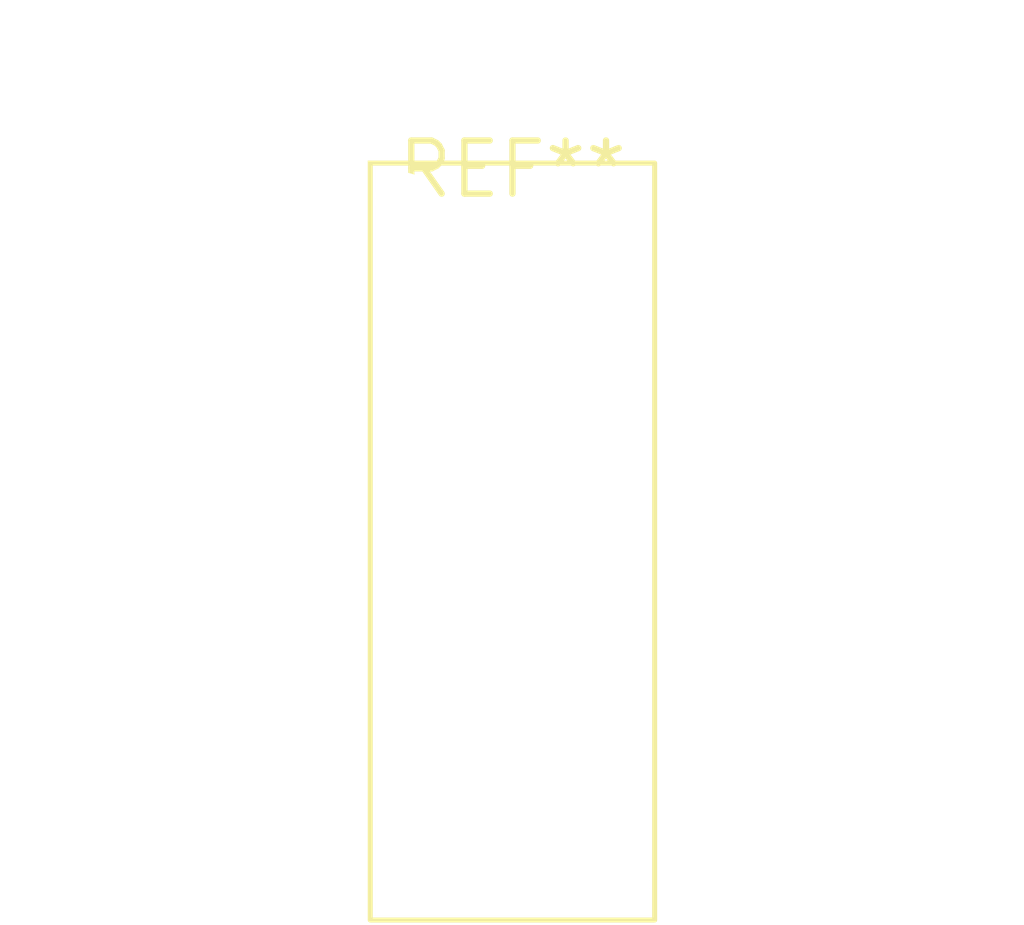
<source format=kicad_pcb>
(kicad_pcb (version 20240108) (generator pcbnew)
  (layers (0 "F.Cu" signal) (31 "B.Cu" signal) (34 "B.Paste" user) (35 "F.Paste" user) (36 "B.SilkS" user "B.Silkscreen") (37 "F.SilkS" user "F.Silkscreen") (38 "B.Mask" user) (39 "F.Mask" user) (44 "Edge.Cuts" user))
  (net 0 "")
  (footprint "Lightpipe_LPF-C013301S" (layer "F.Cu") (at 0 0)
    (property "Reference" "REF**")
    (property "Value" "Lightpipe_LPF-C013301S")
    (fp_rect (start -3.4 -0.15) (end 3.4 17.95) (layer "F.SilkS") (stroke (width 0.12)) (fill none))
    (pad "" np_thru_hole circle (at -2.6 0.7 180) (size 1.25 1.25) (drill 1.25) (layers *.Cu *.Mask))
    (pad "" np_thru_hole circle (at 2.6 17.1 180) (size 1.25 1.25) (drill 1.25) (layers *.Cu *.Mask))
  )
)
</source>
